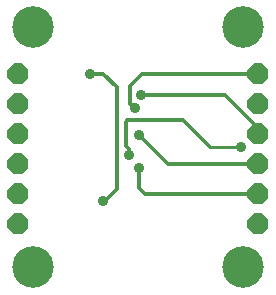
<source format=gbr>
G04 EAGLE Gerber RS-274X export*
G75*
%MOMM*%
%FSLAX34Y34*%
%LPD*%
%INBottom Copper*%
%IPPOS*%
%AMOC8*
5,1,8,0,0,1.08239X$1,22.5*%
G01*
%ADD10P,1.924489X8X22.500000*%
%ADD11P,1.924489X8X202.500000*%
%ADD12C,3.516000*%
%ADD13C,0.304800*%
%ADD14C,0.906400*%
%ADD15C,0.254000*%


D10*
X-97790Y148590D03*
X-97790Y123190D03*
X-97790Y97790D03*
X-97790Y72390D03*
X-97790Y46990D03*
X-97790Y21590D03*
D11*
X105410Y21590D03*
X105410Y46990D03*
X105410Y72390D03*
X105410Y97790D03*
X105410Y123190D03*
X105410Y148590D03*
D12*
X-85090Y187960D03*
X92710Y187960D03*
X-85090Y-15240D03*
X92710Y-15240D03*
D13*
X-13970Y50800D02*
X-13970Y137160D01*
X-25400Y148590D01*
X-36830Y148590D01*
D14*
X-36830Y148590D03*
X-25400Y40640D03*
D13*
X-24130Y40640D02*
X-13970Y50800D01*
X-24130Y40640D02*
X-25400Y40640D01*
X100330Y46650D02*
X100670Y46990D01*
X105410Y46990D01*
X104140Y45720D01*
D14*
X5080Y68580D03*
D13*
X5080Y52070D01*
X10160Y46990D01*
X105410Y46990D01*
D14*
X5080Y96520D03*
D13*
X29210Y72390D02*
X105410Y72390D01*
X29210Y72390D02*
X5080Y96520D01*
D14*
X6350Y130810D03*
D13*
X77470Y130810D01*
X105410Y102870D01*
X105410Y97790D01*
X105410Y148590D02*
X7620Y148590D01*
D14*
X1270Y119380D03*
D13*
X-2540Y138430D02*
X7620Y148590D01*
X-2540Y138430D02*
X-2540Y123190D01*
X1270Y119380D01*
X-5080Y109220D02*
X41910Y109220D01*
X-5080Y109220D02*
X-6350Y107950D01*
X-6350Y87630D01*
X-3810Y85090D01*
X-3810Y80010D01*
D14*
X-3810Y80010D03*
D15*
X41910Y109220D02*
X64770Y86360D01*
X91440Y86360D01*
D14*
X91440Y86360D03*
M02*

</source>
